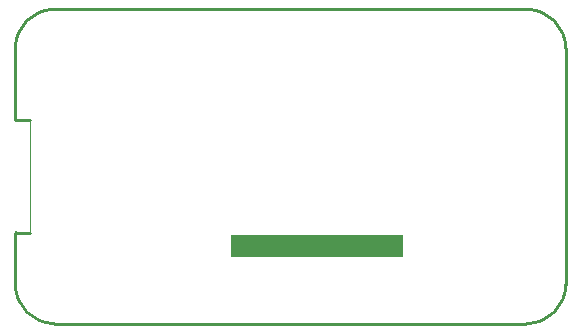
<source format=gm1>
G04*
G04 #@! TF.GenerationSoftware,Altium Limited,Altium Designer,18.1.9 (240)*
G04*
G04 Layer_Color=16711935*
%FSLAX25Y25*%
%MOIN*%
G70*
G01*
G75*
%ADD11C,0.00394*%
%ADD13C,0.01000*%
%ADD59R,0.57677X0.07579*%
D11*
X-8114Y17299D02*
Y54701D01*
D13*
X-13000Y55000D02*
G03*
X-12701Y54701I299J0D01*
G01*
X-12701Y17299D02*
G03*
X-13000Y17000I0J-299D01*
G01*
X157480Y-13000D02*
G03*
X170480Y0I0J13000D01*
G01*
Y78740D02*
G03*
X157480Y91740I-13000J0D01*
G01*
X-0D02*
G03*
X-13000Y78740I0J-13000D01*
G01*
Y0D02*
G03*
X-0Y-13000I13000J0D01*
G01*
X-13000Y55000D02*
Y78740D01*
Y0D02*
Y17000D01*
X-12701Y54701D02*
X-8114D01*
X-12701Y17299D02*
X-8114D01*
X-0Y-13000D02*
X157189D01*
X-0Y91740D02*
X157189D01*
X170480Y0D02*
Y78740D01*
D59*
X87402Y12943D02*
D03*
M02*

</source>
